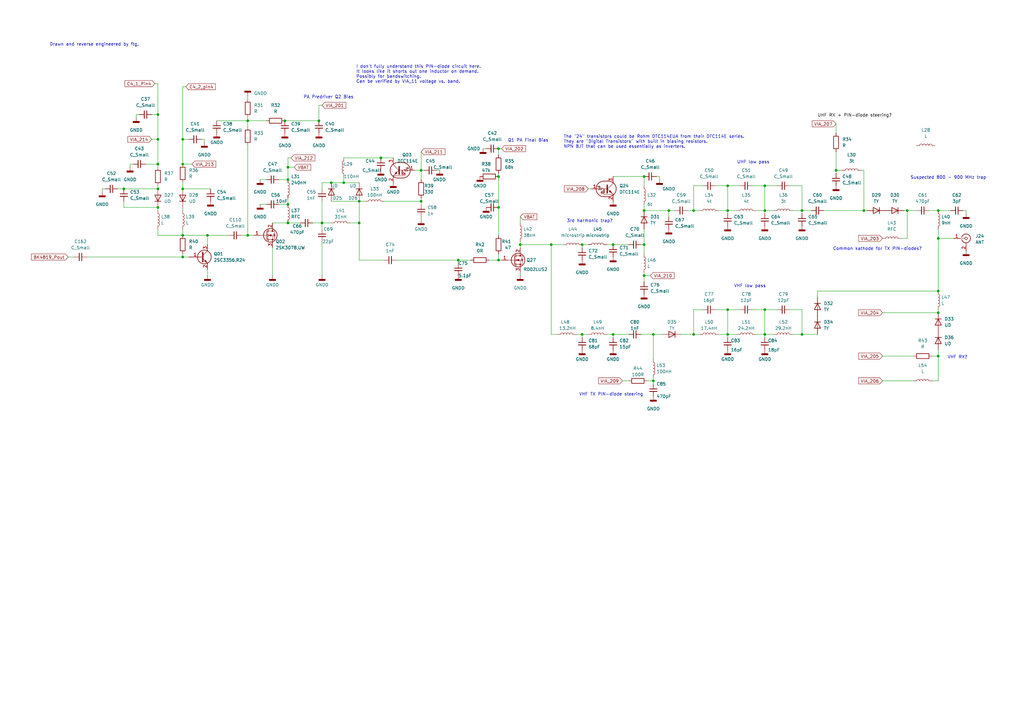
<source format=kicad_sch>
(kicad_sch (version 20230121) (generator eeschema)
  (paper "A3")
  (lib_symbols
    (symbol "UV-K5:BFR92" (pin_names (offset 0) hide)
      (property "Reference" "Q" (at 5.08 1.905 0))
      (property "Value" "BFR92" (at 5.08 0 0))
      (symbol "BFR92_0_1"
        (polyline (pts (xy 0 0) (xy 0.635 0)))
        (polyline (pts (xy 0.635 0.635) (xy 2.54 2.54)))
        (polyline (pts (xy 2.54 -2.54) (xy 0.635 -0.635)))
        (polyline (pts (xy 0.635 1.905) (xy 0.635 0) (xy 0.635 -1.905) (xy 0.635 -1.905)) (stroke (width 0.508)))
        (polyline (pts (xy 2.286 -2.286) (xy 1.778 -1.27) (xy 1.27 -1.778) (xy 2.286 -2.286) (xy 2.286 -2.286)) (fill (type outline)))
        (circle (center 1.27 0) (radius 2.8194) (stroke (width 0.254)))
      )
      (symbol "BFR92_1_1"
        (pin input line (at -5.08 0 0) (length 5.08) (name "B") (number "1"))
        (pin passive line (at 2.54 -5.08 90) (length 2.54) (name "E") (number "2"))
        (pin passive line (at 2.54 5.08 270) (length 2.54) (name "C") (number "3"))
      )
    )
    (symbol "UV-K5:C_Small" (pin_numbers hide) (pin_names (offset 0.254) hide)
      (property "Reference" "C" (at 0.254 1.778 0))
      (property "Value" "C_Small" (at 0.254 -2.032 0))
      (symbol "C_Small_0_1"
        (polyline (pts (xy -1.524 -0.508) (xy 1.524 -0.508)) (stroke (width 0.3302)))
        (polyline (pts (xy -1.524 0.508) (xy 1.524 0.508)) (stroke (width 0.3048)))
      )
      (symbol "C_Small_1_1"
        (pin passive line (at 0 2.54 270) (length 2.032) (name "~") (number "1"))
        (pin passive line (at 0 -2.54 90) (length 2.032) (name "~") (number "2"))
      )
    )
    (symbol "UV-K5:Conn_Coaxial" (pin_names (offset 1.016) hide)
      (property "Reference" "J" (at 0.254 3.048 0))
      (property "Value" "Conn_Coaxial" (at 2.921 0 90))
      (symbol "Conn_Coaxial_0_1"
        (arc (start -1.778 -0.508) (mid 0.2311 -1.8066) (end 1.778 0) (stroke (width 0.254)))
        (polyline (pts (xy -2.54 0) (xy -0.508 0)))
        (polyline (pts (xy 0 -2.54) (xy 0 -1.778)))
        (circle (center 0 0) (radius 0.508) (stroke (width 0.2032)))
        (arc (start 1.778 0) (mid 0.2099 1.8101) (end -1.778 0.508) (stroke (width 0.254)))
      )
      (symbol "Conn_Coaxial_1_1"
        (pin passive line (at -5.08 0 0) (length 2.54) (name "In") (number "1"))
        (pin passive line (at 0 -5.08 90) (length 2.54) (name "Ext") (number "2"))
      )
    )
    (symbol "UV-K5:D" (pin_numbers hide) (pin_names (offset 1.016) hide)
      (property "Reference" "D" (at 0 2.54 0))
      (property "Value" "D" (at 0 -2.54 0))
      (symbol "D_0_1"
        (polyline (pts (xy -1.27 1.27) (xy -1.27 -1.27)) (stroke (width 0.254)))
        (polyline (pts (xy 1.27 0) (xy -1.27 0)))
        (polyline (pts (xy 1.27 1.27) (xy 1.27 -1.27) (xy -1.27 0) (xy 1.27 1.27)) (stroke (width 0.254)))
      )
      (symbol "D_1_1"
        (pin passive line (at -3.81 0 0) (length 2.54) (name "K") (number "1"))
        (pin passive line (at 3.81 0 180) (length 2.54) (name "A") (number "2"))
      )
    )
    (symbol "UV-K5:DTC114E" (pin_names (offset 0) hide)
      (property "Reference" "Q" (at 5.08 1.905 0))
      (property "Value" "DTC114E" (at 5.08 0 0))
      (symbol "DTC114E_0_0"
        (text "10k" (at -3.302 0.889 0) (effects (font (size 0.508 0.508))))
        (text "10k" (at -2.159 -1.524 900) (effects (font (size 0.508 0.508))))
      )
      (symbol "DTC114E_0_1"
        (circle (center -1.27 0) (radius 0.127))
        (arc (start -1.27 3.175) (mid -4.4312 0) (end -1.27 -3.175) (stroke (width 0.254)))
        (polyline (pts (xy -3.429 0) (xy -3.81 0)))
        (polyline (pts (xy -1.27 -3.175) (xy 0.635 -3.175)) (stroke (width 0.254)))
        (polyline (pts (xy -1.27 3.175) (xy 0.635 3.175)) (stroke (width 0.254)))
        (polyline (pts (xy 0 -0.254) (xy 2.54 2.286)))
        (polyline (pts (xy 0.127 1.524) (xy 0.127 -1.651)) (stroke (width 0.508)) (fill (type outline)))
        (polyline (pts (xy 2.54 2.286) (xy 2.54 2.54)))
        (polyline (pts (xy 2.54 -2.286) (xy 0 0.254) (xy 0 0.254)))
        (polyline (pts (xy 0.889 -1.143) (xy 1.397 -0.635) (xy 1.905 -1.651) (xy 0.889 -1.143)) (fill (type outline)))
        (polyline (pts (xy 0 0) (xy -1.905 0) (xy -2.032 0.508) (xy -2.286 -0.508) (xy -2.54 0.508) (xy -2.794 -0.508) (xy -3.048 0.508) (xy -3.302 -0.508) (xy -3.429 0)))
        (polyline (pts (xy -1.27 0) (xy -1.27 -0.381) (xy -0.762 -0.508) (xy -1.778 -0.762) (xy -0.762 -1.016) (xy -1.778 -1.27) (xy -0.762 -1.524) (xy -1.778 -1.778) (xy -1.27 -1.905) (xy -1.27 -2.286) (xy 2.54 -2.286)))
        (arc (start 0.635 -3.175) (mid 3.7962 0) (end 0.635 3.175) (stroke (width 0.254)))
        (circle (center 2.54 -2.286) (radius 0.127))
      )
      (symbol "DTC114E_1_1"
        (pin input line (at -6.35 0 0) (length 2.54) (name "B") (number "1"))
        (pin passive line (at 2.54 -5.08 90) (length 2.54) (name "E") (number "2"))
        (pin passive line (at 2.54 5.08 270) (length 2.54) (name "C") (number "3"))
      )
    )
    (symbol "UV-K5:IRF540N" (pin_names hide)
      (property "Reference" "Q" (at 6.35 1.905 0))
      (property "Value" "IRF540N" (at 6.35 0 0))
      (symbol "IRF540N_0_1"
        (polyline (pts (xy 0.254 0) (xy -2.54 0)))
        (polyline (pts (xy 0.254 1.905) (xy 0.254 -1.905)) (stroke (width 0.254)))
        (polyline (pts (xy 0.762 -1.27) (xy 0.762 -2.286)) (stroke (width 0.254)))
        (polyline (pts (xy 0.762 0.508) (xy 0.762 -0.508)) (stroke (width 0.254)))
        (polyline (pts (xy 0.762 2.286) (xy 0.762 1.27)) (stroke (width 0.254)))
        (polyline (pts (xy 2.54 2.54) (xy 2.54 1.778)))
        (polyline (pts (xy 2.54 -2.54) (xy 2.54 0) (xy 0.762 0)))
        (polyline (pts (xy 0.762 -1.778) (xy 3.302 -1.778) (xy 3.302 1.778) (xy 0.762 1.778)))
        (polyline (pts (xy 1.016 0) (xy 2.032 0.381) (xy 2.032 -0.381) (xy 1.016 0)) (fill (type outline)))
        (polyline (pts (xy 2.794 0.508) (xy 2.921 0.381) (xy 3.683 0.381) (xy 3.81 0.254)))
        (polyline (pts (xy 3.302 0.381) (xy 2.921 -0.254) (xy 3.683 -0.254) (xy 3.302 0.381)))
        (circle (center 1.651 0) (radius 2.794) (stroke (width 0.254)))
        (circle (center 2.54 -1.778) (radius 0.254) (fill (type outline)))
        (circle (center 2.54 1.778) (radius 0.254) (fill (type outline)))
      )
      (symbol "IRF540N_1_1"
        (pin input line (at -5.08 0 0) (length 2.54) (name "G") (number "1"))
        (pin passive line (at 2.54 5.08 270) (length 2.54) (name "D") (number "2"))
        (pin passive line (at 2.54 -5.08 90) (length 2.54) (name "S") (number "3"))
      )
    )
    (symbol "UV-K5:L" (pin_numbers hide) (pin_names (offset 1.016) hide)
      (property "Reference" "L" (at -1.27 0 90))
      (property "Value" "L" (at 1.905 0 90))
      (symbol "L_0_1"
        (arc (start 0 -2.54) (mid 0.6323 -1.905) (end 0 -1.27))
        (arc (start 0 -1.27) (mid 0.6323 -0.635) (end 0 0))
        (arc (start 0 0) (mid 0.6323 0.635) (end 0 1.27))
        (arc (start 0 1.27) (mid 0.6323 1.905) (end 0 2.54))
      )
      (symbol "L_1_1"
        (pin passive line (at 0 3.81 270) (length 1.27) (name "1") (number "1"))
        (pin passive line (at 0 -3.81 90) (length 1.27) (name "2") (number "2"))
      )
    )
    (symbol "UV-K5:R" (pin_numbers hide) (pin_names (offset 0))
      (property "Reference" "R" (at 2.032 0 90))
      (property "Value" "R" (at 0 0 90))
      (symbol "R_0_1"
        (rectangle (start -1.016 -2.54) (end 1.016 2.54) (stroke (width 0.254)))
      )
      (symbol "R_1_1"
        (pin passive line (at 0 3.81 270) (length 1.27) (name "~") (number "1"))
        (pin passive line (at 0 -3.81 90) (length 1.27) (name "~") (number "2"))
      )
    )
    (symbol "power:GNDD" (power) (pin_names (offset 0))
      (property "Value" "GNDD" (at 0 -3.175 0))
      (symbol "GNDD_0_1"
        (rectangle (start -1.27 -1.524) (end 1.27 -2.032) (stroke (width 0.254)) (fill (type outline)))
        (polyline (pts (xy 0 0) (xy 0 -1.524)))
      )
      (symbol "GNDD_1_1"
        (pin power_in line (at 0 0 270) (length 0) hide (name "GNDD") (number "1"))
      )
    )
  )
  (junction (at 74.93 67.31))
  (junction (at 64.77 67.31))
  (junction (at 204.47 72.39))
  (junction (at 384.81 128.27))
  (junction (at 264.16 72.39))
  (junction (at 384.81 86.36))
  (junction (at 204.47 85.09))
  (junction (at 384.81 119.38))
  (junction (at 213.36 100.33))
  (junction (at 101.6 96.52))
  (junction (at 274.32 86.36))
  (junction (at 101.6 49.53))
  (junction (at 172.72 82.55))
  (junction (at 74.93 105.41))
  (junction (at 284.48 137.16))
  (junction (at 74.93 77.47))
  (junction (at 298.45 86.36))
  (junction (at 354.33 86.36))
  (junction (at 64.77 85.09))
  (junction (at 264.16 86.36))
  (junction (at 384.81 97.79))
  (junction (at 147.32 82.55))
  (junction (at 118.11 91.44))
  (junction (at 132.08 91.44))
  (junction (at 313.69 76.2))
  (junction (at 130.81 49.53))
  (junction (at 147.32 91.44))
  (junction (at 140.97 74.93))
  (junction (at 372.11 86.36))
  (junction (at 264.16 100.33))
  (junction (at 298.45 137.16))
  (junction (at 64.77 57.15))
  (junction (at 226.06 100.33))
  (junction (at 313.69 137.16))
  (junction (at 85.09 96.52))
  (junction (at 251.46 100.33))
  (junction (at 238.76 100.33))
  (junction (at 328.93 86.36))
  (junction (at 313.69 127))
  (junction (at 298.45 76.2))
  (junction (at 187.96 106.68))
  (junction (at 116.84 49.53))
  (junction (at 64.77 46.99))
  (junction (at 342.9 69.85))
  (junction (at 264.16 113.03))
  (junction (at 384.81 146.05))
  (junction (at 74.93 96.52))
  (junction (at 313.69 86.36))
  (junction (at 135.89 74.93))
  (junction (at 328.93 137.16))
  (junction (at 238.76 137.16))
  (junction (at 251.46 137.16))
  (junction (at 172.72 69.85))
  (junction (at 118.11 73.66))
  (junction (at 267.97 137.16))
  (junction (at 64.77 77.47))
  (junction (at 204.47 106.68))
  (junction (at 156.21 64.77))
  (junction (at 284.48 86.36))
  (junction (at 118.11 68.58))
  (junction (at 74.93 57.15))
  (junction (at 267.97 156.21))
  (junction (at 118.11 83.82))
  (junction (at 50.8 77.47))
  (junction (at 298.45 127))
  (junction (at 204.47 60.96))
  (wire (pts (xy 64.77 96.52) (xy 74.93 96.52)))
  (wire (pts (xy 74.93 104.14) (xy 74.93 105.41)))
  (wire (pts (xy 226.06 100.33) (xy 226.06 137.16)))
  (wire (pts (xy 384.81 97.79) (xy 391.16 97.79)))
  (wire (pts (xy 130.81 43.18) (xy 130.81 49.53)))
  (wire (pts (xy 251.46 137.16) (xy 251.46 138.43)))
  (wire (pts (xy 238.76 137.16) (xy 241.3 137.16)))
  (wire (pts (xy 132.08 82.55) (xy 132.08 91.44)))
  (wire (pts (xy 284.48 86.36) (xy 287.02 86.36)))
  (wire (pts (xy 265.43 156.21) (xy 267.97 156.21)))
  (wire (pts (xy 62.23 46.99) (xy 64.77 46.99)))
  (wire (pts (xy 172.72 62.23) (xy 172.72 69.85)))
  (wire (pts (xy 118.11 68.58) (xy 118.11 73.66)))
  (wire (pts (xy 132.08 43.18) (xy 130.81 43.18)))
  (wire (pts (xy 140.97 72.39) (xy 140.97 74.93)))
  (wire (pts (xy 298.45 137.16) (xy 298.45 138.43)))
  (wire (pts (xy 270.51 72.39) (xy 270.51 73.66)))
  (wire (pts (xy 264.16 100.33) (xy 264.16 104.14)))
  (wire (pts (xy 74.93 35.56) (xy 74.93 57.15)))
  (wire (pts (xy 287.02 137.16) (xy 284.48 137.16)))
  (wire (pts (xy 264.16 111.76) (xy 264.16 113.03)))
  (wire (pts (xy 135.89 82.55) (xy 147.32 82.55)))
  (wire (pts (xy 64.77 76.2) (xy 64.77 77.47)))
  (wire (pts (xy 308.61 127) (xy 313.69 127)))
  (wire (pts (xy 264.16 83.82) (xy 264.16 86.36)))
  (wire (pts (xy 213.36 113.03) (xy 213.36 111.76)))
  (wire (pts (xy 135.89 74.93) (xy 132.08 74.93)))
  (wire (pts (xy 309.88 137.16) (xy 313.69 137.16)))
  (wire (pts (xy 342.9 50.8) (xy 342.9 54.61)))
  (wire (pts (xy 172.72 81.28) (xy 172.72 82.55)))
  (wire (pts (xy 274.32 86.36) (xy 274.32 88.9)))
  (wire (pts (xy 238.76 137.16) (xy 238.76 138.43)))
  (wire (pts (xy 53.34 67.31) (xy 53.34 68.58)))
  (wire (pts (xy 264.16 113.03) (xy 264.16 115.57)))
  (wire (pts (xy 55.88 46.99) (xy 55.88 48.26)))
  (wire (pts (xy 64.77 67.31) (xy 64.77 68.58)))
  (wire (pts (xy 238.76 100.33) (xy 238.76 101.6)))
  (wire (pts (xy 74.93 74.93) (xy 74.93 77.47)))
  (wire (pts (xy 64.77 93.98) (xy 64.77 96.52)))
  (wire (pts (xy 62.23 57.15) (xy 64.77 57.15)))
  (wire (pts (xy 118.11 68.58) (xy 120.65 68.58)))
  (wire (pts (xy 135.89 74.93) (xy 140.97 74.93)))
  (wire (pts (xy 342.9 62.23) (xy 342.9 69.85)))
  (wire (pts (xy 267.97 156.21) (xy 267.97 157.48)))
  (wire (pts (xy 172.72 73.66) (xy 172.72 69.85)))
  (wire (pts (xy 325.12 86.36) (xy 328.93 86.36)))
  (wire (pts (xy 85.09 96.52) (xy 93.98 96.52)))
  (wire (pts (xy 298.45 127) (xy 303.53 127)))
  (wire (pts (xy 147.32 82.55) (xy 147.32 91.44)))
  (wire (pts (xy 298.45 76.2) (xy 298.45 86.36)))
  (wire (pts (xy 101.6 49.53) (xy 109.22 49.53)))
  (wire (pts (xy 101.6 48.26) (xy 101.6 49.53)))
  (wire (pts (xy 288.29 76.2) (xy 284.48 76.2)))
  (wire (pts (xy 85.09 113.03) (xy 85.09 110.49)))
  (wire (pts (xy 83.82 57.15) (xy 83.82 58.42)))
  (wire (pts (xy 372.11 86.36) (xy 372.11 97.79)))
  (wire (pts (xy 384.81 97.79) (xy 384.81 119.38)))
  (wire (pts (xy 384.81 93.98) (xy 384.81 97.79)))
  (wire (pts (xy 198.12 60.96) (xy 199.39 60.96)))
  (wire (pts (xy 236.22 137.16) (xy 238.76 137.16)))
  (wire (pts (xy 213.36 100.33) (xy 226.06 100.33)))
  (wire (pts (xy 118.11 91.44) (xy 123.19 91.44)))
  (wire (pts (xy 143.51 91.44) (xy 147.32 91.44)))
  (wire (pts (xy 255.27 156.21) (xy 257.81 156.21)))
  (wire (pts (xy 342.9 69.85) (xy 345.44 69.85)))
  (wire (pts (xy 204.47 85.09) (xy 204.47 96.52)))
  (wire (pts (xy 337.82 86.36) (xy 354.33 86.36)))
  (wire (pts (xy 328.93 137.16) (xy 325.12 137.16)))
  (wire (pts (xy 114.3 83.82) (xy 118.11 83.82)))
  (wire (pts (xy 248.92 137.16) (xy 251.46 137.16)))
  (wire (pts (xy 264.16 86.36) (xy 274.32 86.36)))
  (wire (pts (xy 394.97 86.36) (xy 396.24 86.36)))
  (wire (pts (xy 132.08 99.06) (xy 132.08 113.03)))
  (wire (pts (xy 35.56 105.41) (xy 74.93 105.41)))
  (wire (pts (xy 354.33 69.85) (xy 354.33 86.36)))
  (wire (pts (xy 342.9 69.85) (xy 342.9 71.12)))
  (wire (pts (xy 298.45 76.2) (xy 303.53 76.2)))
  (wire (pts (xy 264.16 113.03) (xy 266.7 113.03)))
  (wire (pts (xy 226.06 137.16) (xy 228.6 137.16)))
  (wire (pts (xy 213.36 99.06) (xy 213.36 100.33)))
  (wire (pts (xy 288.29 127) (xy 284.48 127)))
  (wire (pts (xy 204.47 106.68) (xy 205.74 106.68)))
  (wire (pts (xy 50.8 77.47) (xy 64.77 77.47)))
  (wire (pts (xy 156.21 64.77) (xy 161.29 64.77)))
  (wire (pts (xy 384.81 86.36) (xy 389.89 86.36)))
  (wire (pts (xy 128.27 91.44) (xy 132.08 91.44)))
  (wire (pts (xy 204.47 71.12) (xy 204.47 72.39)))
  (wire (pts (xy 111.76 113.03) (xy 111.76 101.6)))
  (wire (pts (xy 313.69 76.2) (xy 313.69 86.36)))
  (wire (pts (xy 193.04 106.68) (xy 187.96 106.68)))
  (wire (pts (xy 74.93 57.15) (xy 74.93 67.31)))
  (wire (pts (xy 76.2 35.56) (xy 74.93 35.56)))
  (wire (pts (xy 302.26 137.16) (xy 298.45 137.16)))
  (wire (pts (xy 116.84 49.53) (xy 130.81 49.53)))
  (wire (pts (xy 64.77 34.29) (xy 64.77 46.99)))
  (wire (pts (xy 119.38 64.77) (xy 118.11 64.77)))
  (wire (pts (xy 384.81 128.27) (xy 384.81 127)))
  (wire (pts (xy 172.72 88.9) (xy 172.72 90.17)))
  (wire (pts (xy 173.99 69.85) (xy 172.72 69.85)))
  (wire (pts (xy 335.28 119.38) (xy 335.28 121.92)))
  (wire (pts (xy 313.69 137.16) (xy 313.69 138.43)))
  (wire (pts (xy 298.45 86.36) (xy 298.45 87.63)))
  (wire (pts (xy 354.33 86.36) (xy 355.6 86.36)))
  (wire (pts (xy 318.77 127) (xy 313.69 127)))
  (wire (pts (xy 213.36 100.33) (xy 213.36 101.6)))
  (wire (pts (xy 63.5 34.29) (xy 64.77 34.29)))
  (wire (pts (xy 213.36 88.9) (xy 213.36 91.44)))
  (wire (pts (xy 281.94 86.36) (xy 284.48 86.36)))
  (wire (pts (xy 308.61 76.2) (xy 313.69 76.2)))
  (wire (pts (xy 381 86.36) (xy 384.81 86.36)))
  (wire (pts (xy 172.72 82.55) (xy 172.72 83.82)))
  (wire (pts (xy 179.07 69.85) (xy 180.34 69.85)))
  (wire (pts (xy 328.93 137.16) (xy 335.28 137.16)))
  (wire (pts (xy 284.48 127) (xy 284.48 137.16)))
  (wire (pts (xy 226.06 100.33) (xy 231.14 100.33)))
  (wire (pts (xy 372.11 86.36) (xy 375.92 86.36)))
  (wire (pts (xy 313.69 86.36) (xy 317.5 86.36)))
  (wire (pts (xy 147.32 106.68) (xy 157.48 106.68)))
  (wire (pts (xy 313.69 86.36) (xy 313.69 87.63)))
  (wire (pts (xy 293.37 127) (xy 298.45 127)))
  (wire (pts (xy 267.97 154.94) (xy 267.97 156.21)))
  (wire (pts (xy 298.45 137.16) (xy 298.45 127)))
  (wire (pts (xy 269.24 72.39) (xy 270.51 72.39)))
  (wire (pts (xy 264.16 72.39) (xy 264.16 76.2)))
  (wire (pts (xy 384.81 146.05) (xy 384.81 156.21)))
  (wire (pts (xy 41.91 77.47) (xy 41.91 78.74)))
  (wire (pts (xy 101.6 49.53) (xy 101.6 52.07)))
  (wire (pts (xy 149.86 82.55) (xy 147.32 82.55)))
  (wire (pts (xy 114.3 73.66) (xy 118.11 73.66)))
  (wire (pts (xy 328.93 127) (xy 328.93 137.16)))
  (wire (pts (xy 396.24 86.36) (xy 396.24 87.63)))
  (wire (pts (xy 323.85 127) (xy 328.93 127)))
  (wire (pts (xy 204.47 60.96) (xy 205.74 60.96)))
  (wire (pts (xy 274.32 86.36) (xy 276.86 86.36)))
  (wire (pts (xy 74.93 77.47) (xy 86.36 77.47)))
  (wire (pts (xy 43.18 77.47) (xy 41.91 77.47)))
  (wire (pts (xy 251.46 72.39) (xy 264.16 72.39)))
  (wire (pts (xy 313.69 127) (xy 313.69 137.16)))
  (wire (pts (xy 384.81 143.51) (xy 384.81 146.05)))
  (wire (pts (xy 88.9 49.53) (xy 101.6 49.53)))
  (wire (pts (xy 48.26 77.47) (xy 50.8 77.47)))
  (wire (pts (xy 382.27 156.21) (xy 384.81 156.21)))
  (wire (pts (xy 147.32 91.44) (xy 147.32 106.68)))
  (wire (pts (xy 101.6 39.37) (xy 101.6 40.64)))
  (wire (pts (xy 187.96 106.68) (xy 187.96 107.95)))
  (wire (pts (xy 267.97 137.16) (xy 267.97 147.32)))
  (wire (pts (xy 204.47 60.96) (xy 204.47 63.5)))
  (wire (pts (xy 106.68 83.82) (xy 109.22 83.82)))
  (wire (pts (xy 294.64 86.36) (xy 298.45 86.36)))
  (wire (pts (xy 74.93 96.52) (xy 85.09 96.52)))
  (wire (pts (xy 74.93 67.31) (xy 78.74 67.31)))
  (wire (pts (xy 241.3 77.47) (xy 242.57 77.47)))
  (wire (pts (xy 118.11 64.77) (xy 118.11 68.58)))
  (wire (pts (xy 101.6 59.69) (xy 101.6 96.52)))
  (wire (pts (xy 264.16 100.33) (xy 264.16 93.98)))
  (wire (pts (xy 64.77 46.99) (xy 64.77 57.15)))
  (wire (pts (xy 64.77 57.15) (xy 64.77 67.31)))
  (wire (pts (xy 200.66 106.68) (xy 204.47 106.68)))
  (wire (pts (xy 309.88 86.36) (xy 313.69 86.36)))
  (wire (pts (xy 328.93 87.63) (xy 328.93 86.36)))
  (wire (pts (xy 294.64 137.16) (xy 298.45 137.16)))
  (wire (pts (xy 251.46 137.16) (xy 257.81 137.16)))
  (wire (pts (xy 157.48 82.55) (xy 172.72 82.55)))
  (wire (pts (xy 85.09 96.52) (xy 85.09 100.33)))
  (wire (pts (xy 335.28 119.38) (xy 384.81 119.38)))
  (wire (pts (xy 77.47 105.41) (xy 74.93 105.41)))
  (wire (pts (xy 101.6 96.52) (xy 104.14 96.52)))
  (wire (pts (xy 64.77 86.36) (xy 64.77 85.09)))
  (wire (pts (xy 77.47 57.15) (xy 74.93 57.15)))
  (wire (pts (xy 318.77 76.2) (xy 313.69 76.2)))
  (wire (pts (xy 140.97 74.93) (xy 147.32 74.93)))
  (wire (pts (xy 204.47 72.39) (xy 204.47 85.09)))
  (wire (pts (xy 372.11 97.79) (xy 369.57 97.79)))
  (wire (pts (xy 328.93 86.36) (xy 332.74 86.36)))
  (wire (pts (xy 82.55 57.15) (xy 83.82 57.15)))
  (wire (pts (xy 354.33 69.85) (xy 353.06 69.85)))
  (wire (pts (xy 54.61 67.31) (xy 53.34 67.31)))
  (wire (pts (xy 132.08 74.93) (xy 132.08 77.47)))
  (wire (pts (xy 204.47 104.14) (xy 204.47 106.68)))
  (wire (pts (xy 132.08 91.44) (xy 135.89 91.44)))
  (wire (pts (xy 106.68 73.66) (xy 109.22 73.66)))
  (wire (pts (xy 50.8 82.55) (xy 50.8 85.09)))
  (wire (pts (xy 74.93 85.09) (xy 74.93 86.36)))
  (wire (pts (xy 328.93 76.2) (xy 328.93 86.36)))
  (wire (pts (xy 262.89 100.33) (xy 264.16 100.33)))
  (wire (pts (xy 57.15 46.99) (xy 55.88 46.99)))
  (wire (pts (xy 298.45 76.2) (xy 293.37 76.2)))
  (wire (pts (xy 361.95 156.21) (xy 374.65 156.21)))
  (wire (pts (xy 284.48 76.2) (xy 284.48 86.36)))
  (wire (pts (xy 262.89 137.16) (xy 267.97 137.16)))
  (wire (pts (xy 238.76 100.33) (xy 241.3 100.33)))
  (wire (pts (xy 74.93 93.98) (xy 74.93 96.52)))
  (wire (pts (xy 162.56 106.68) (xy 187.96 106.68)))
  (wire (pts (xy 323.85 76.2) (xy 328.93 76.2)))
  (wire (pts (xy 132.08 91.44) (xy 132.08 93.98)))
  (wire (pts (xy 361.95 128.27) (xy 384.81 128.27)))
  (wire (pts (xy 298.45 86.36) (xy 302.26 86.36)))
  (wire (pts (xy 384.81 146.05) (xy 382.27 146.05)))
  (wire (pts (xy 317.5 137.16) (xy 313.69 137.16)))
  (wire (pts (xy 170.18 69.85) (xy 172.72 69.85)))
  (wire (pts (xy 248.92 100.33) (xy 251.46 100.33)))
  (wire (pts (xy 59.69 67.31) (xy 64.77 67.31)))
  (wire (pts (xy 251.46 100.33) (xy 257.81 100.33)))
  (wire (pts (xy 118.11 81.28) (xy 118.11 83.82)))
  (wire (pts (xy 361.95 146.05) (xy 374.65 146.05)))
  (wire (pts (xy 111.76 91.44) (xy 118.11 91.44)))
  (wire (pts (xy 27.94 105.41) (xy 30.48 105.41)))
  (wire (pts (xy 50.8 85.09) (xy 64.77 85.09)))
  (wire (pts (xy 279.4 137.16) (xy 284.48 137.16)))
  (wire (pts (xy 267.97 137.16) (xy 271.78 137.16)))
  (wire (pts (xy 140.97 64.77) (xy 156.21 64.77)))
  (wire (pts (xy 99.06 96.52) (xy 101.6 96.52)))
  (wire (pts (xy 372.11 86.36) (xy 370.84 86.36)))
  (text "VHF low pass\n" (at 300.99 118.11 0) (effects (font (size 1.27 1.27)) (justify left bottom)))
  (text "The \"24\" transistors could be Rohm DTC114EUA from their DTC114E series.\nThey are \"Digital Transistors\" with built in biasing resistors.\nNPN BJT that can be used essentially as inverters. " (at 231.14 60.96 0) (effects (font (size 1.27 1.27)) (justify left bottom)))
  (text "PA Predriver Q2 Bias\n" (at 124.46 40.64 0) (effects (font (size 1.27 1.27)) (justify left bottom)))
  (text "Drawn and reverse engineered by ftg.\n" (at 20.32 19.05 0) (effects (font (size 1.27 1.27)) (justify left bottom)))
  (text "VHF RX?" (at 388.62 147.32 0) (effects (font (size 1.27 1.27)) (justify left bottom)))
  (text "UHF low pass\n" (at 302.26 67.31 0) (effects (font (size 1.27 1.27)) (justify left bottom)))
  (text "Suspected 800 - 900 MHz trap\n" (at 373.38 73.66 0) (effects (font (size 1.27 1.27)) (justify left bottom)))
  (text "Common kathode for TX PIN-diodes?\n" (at 341.63 102.87 0) (effects (font (size 1.27 1.27)) (justify left bottom)))
  (text "Q1 PA Final Bias\n" (at 208.28 58.42 0) (effects (font (size 1.27 1.27)) (justify left bottom)))
  (text "I don't fully understand this PIN-diode circuit here.\nIt looks like it shorts out one inductor on demand.\nPossibly for bandswitching.\nCan be verified by VIA_11 voltage vs. band." (at 146.05 34.29 0) (effects (font (size 1.27 1.27)) (justify left bottom)))
  (text "3rd harmonic trap?" (at 232.41 91.44 0) (effects (font (size 1.27 1.27)) (justify left bottom)))
  (text "VHF TX PIN-diode steering" (at 237.49 162.56 0) (effects (font (size 1.27 1.27)) (justify left bottom)))
  (label "UHF RX + PIN-diode steering?" (at 335.28 48.26 0))
  (global_label "VIA_210" (shape input) (at 266.7 113.03 0) (property "Intersheetrefs" "${INTERSHEET_REFS}" (at 276.4912 112.9506 0) (effects (justify left))))
  (global_label "C4_1_Pin4" (shape input) (at 63.5 34.29 180) (property "Intersheetrefs" "${INTERSHEET_REFS}" (at 51.2293 34.2106 0) (effects (justify right))))
  (global_label "VIA_214" (shape input) (at 62.23 57.15 180) (property "Intersheetrefs" "${INTERSHEET_REFS}" (at 52.4388 57.0706 0) (effects (justify right))))
  (global_label "VIA_208" (shape input) (at 241.3 77.47 180) (property "Intersheetrefs" "${INTERSHEET_REFS}" (at 231.5088 77.3906 0) (effects (justify right))))
  (global_label "VIA_207" (shape input) (at 342.9 50.8 180) (property "Intersheetrefs" "${INTERSHEET_REFS}" (at 333.1088 50.7206 0) (effects (justify right))))
  (global_label "VIA_203" (shape input) (at 361.95 97.79 180) (property "Intersheetrefs" "${INTERSHEET_REFS}" (at 352.1588 97.7106 0) (effects (justify right))))
  (global_label "VIA_211" (shape input) (at 172.72 62.23 0) (property "Intersheetrefs" "${INTERSHEET_REFS}" (at 182.5112 62.1506 0) (effects (justify left))))
  (global_label "VIA_206" (shape input) (at 361.95 156.21 180) (property "Intersheetrefs" "${INTERSHEET_REFS}" (at 352.1588 156.1306 0) (effects (justify right))))
  (global_label "VIA_205" (shape input) (at 361.95 146.05 180) (property "Intersheetrefs" "${INTERSHEET_REFS}" (at 352.1588 145.9706 0) (effects (justify right))))
  (global_label "VIA_213" (shape input) (at 78.74 67.31 0) (property "Intersheetrefs" "${INTERSHEET_REFS}" (at 88.5312 67.2306 0) (effects (justify left))))
  (global_label "VIA_201" (shape input) (at 132.08 43.18 0) (property "Intersheetrefs" "${INTERSHEET_REFS}" (at 141.8712 43.1006 0) (effects (justify left))))
  (global_label "VBAT" (shape input) (at 213.36 88.9 0) (property "Intersheetrefs" "${INTERSHEET_REFS}" (at 220.1879 88.8206 0) (effects (justify left))))
  (global_label "VIA_204" (shape input) (at 361.95 128.27 180) (property "Intersheetrefs" "${INTERSHEET_REFS}" (at 352.1588 128.1906 0) (effects (justify right))))
  (global_label "VIA_212" (shape input) (at 119.38 64.77 0) (property "Intersheetrefs" "${INTERSHEET_REFS}" (at 129.1712 64.6906 0) (effects (justify left))))
  (global_label "BK4819_Pout" (shape input) (at 27.94 105.41 180) (property "Intersheetrefs" "${INTERSHEET_REFS}" (at 12.3949 105.41 0) (effects (justify right))))
  (global_label "VIA_209" (shape input) (at 255.27 156.21 180) (property "Intersheetrefs" "${INTERSHEET_REFS}" (at 245.4788 156.1306 0) (effects (justify right))))
  (global_label "VBAT" (shape input) (at 120.65 68.58 0) (property "Intersheetrefs" "${INTERSHEET_REFS}" (at 127.4779 68.5006 0) (effects (justify left))))
  (global_label "VIA_202" (shape input) (at 205.74 60.96 0) (property "Intersheetrefs" "${INTERSHEET_REFS}" (at 215.5312 60.8806 0) (effects (justify left))))
  (global_label "C4_2_pin4" (shape input) (at 76.2 35.56 0) (property "Intersheetrefs" "${INTERSHEET_REFS}" (at 88.3498 35.4806 0) (effects (justify left))))
  (symbol (lib_id "UV-K5:L") (at 379.73 59.69 90) (unit 1)
    (property "Reference" "L28" (at 379.73 53.34 90))
    (property "Value" "L" (at 379.73 55.88 90))
  )
  (symbol (lib_id "power:GNDD") (at 180.34 69.85 0) (unit 1)
    (property "Reference" "#PWR049" (effects hide))
    (property "Value" "GNDD" (at 182.88 73.66 0) (effects (justify right)))
  )
  (symbol (lib_id "UV-K5:C_Small") (at 335.28 86.36 270) (unit 1)
    (property "Reference" "C60" (at 335.2736 80.01 90))
    (property "Value" "C_Small" (at 335.2736 82.55 90))
  )
  (symbol (lib_id "power:GNDD") (at 130.81 54.61 0) (unit 1)
    (property "Reference" "#PWR044" (effects hide))
    (property "Value" "GNDD" (at 130.81 59.69 0))
  )
  (symbol (lib_id "UV-K5:C_Small") (at 86.36 80.01 0) (unit 1)
    (property "Reference" "C54" (at 88.9 78.7462 0) (effects (justify left)))
    (property "Value" "C_Small" (at 88.9 81.2862 0) (effects (justify left)))
  )
  (symbol (lib_id "UV-K5:C_Small") (at 260.35 137.16 270) (unit 1)
    (property "Reference" "C80" (at 260.35 132.08 90))
    (property "Value" "1nF" (at 260.35 134.62 90))
  )
  (symbol (lib_id "UV-K5:C_Small") (at 116.84 52.07 0) (unit 1)
    (property "Reference" "C39" (at 119.38 50.8062 0) (effects (justify left)))
    (property "Value" "C_Small" (at 119.38 53.3462 0) (effects (justify left)))
  )
  (symbol (lib_id "power:GNDD") (at 132.08 113.03 0) (unit 1)
    (property "Reference" "#PWR067" (effects hide))
    (property "Value" "GNDD" (at 132.08 116.84 0))
  )
  (symbol (lib_id "power:GNDD") (at 298.45 143.51 0) (unit 1)
    (property "Reference" "#PWR077" (effects hide))
    (property "Value" "GNDD" (at 298.45 147.32 0))
  )
  (symbol (lib_id "power:GNDD") (at 270.51 73.66 0) (unit 1)
    (property "Reference" "#PWR052" (effects hide))
    (property "Value" "GNDD" (at 274.32 77.47 0))
  )
  (symbol (lib_id "UV-K5:C_Small") (at 238.76 104.14 0) (unit 1)
    (property "Reference" "C72" (at 241.3 102.8762 0) (effects (justify left)))
    (property "Value" "C_Small" (at 241.3 105.4162 0) (effects (justify left)))
  )
  (symbol (lib_id "UV-K5:L") (at 74.93 90.17 0) (unit 1)
    (property "Reference" "L39" (at 76.2 88.9 0) (effects (justify left)))
    (property "Value" "L" (at 76.2 91.44 0) (effects (justify left)))
  )
  (symbol (lib_id "power:GNDD") (at 172.72 90.17 0) (unit 1)
    (property "Reference" "#PWR061" (effects hide))
    (property "Value" "GNDD" (at 172.72 93.98 0))
  )
  (symbol (lib_id "UV-K5:C_Small") (at 342.9 73.66 0) (unit 1)
    (property "Reference" "C48" (at 345.44 72.3962 0) (effects (justify left)))
    (property "Value" "C_Small" (at 345.44 74.9362 0) (effects (justify left)))
  )
  (symbol (lib_id "UV-K5:L") (at 365.76 97.79 90) (unit 1)
    (property "Reference" "L43" (at 365.76 91.44 90))
    (property "Value" "RFC" (at 365.76 93.98 90))
  )
  (symbol (lib_id "power:GNDD") (at 198.12 60.96 0) (unit 1)
    (property "Reference" "#PWR046" (effects hide))
    (property "Value" "GNDD" (at 194.31 60.96 0))
  )
  (symbol (lib_id "power:GNDD") (at 264.16 120.65 0) (unit 1)
    (property "Reference" "#PWR074" (effects hide))
    (property "Value" "GNDD" (at 264.16 125.73 0))
  )
  (symbol (lib_id "UV-K5:DTC114E") (at 248.92 77.47 0) (unit 1)
    (property "Reference" "Q24" (at 254 76.1999 0) (effects (justify left)))
    (property "Value" "DTC114E" (at 254 78.7399 0) (effects (justify left)))
  )
  (symbol (lib_id "UV-K5:C_Small") (at 298.45 140.97 0) (unit 1)
    (property "Reference" "C83" (at 299.72 139.7 0) (effects (justify left)))
    (property "Value" "16pF" (at 299.72 143.51 0) (effects (justify left)))
  )
  (symbol (lib_id "UV-K5:C_Small") (at 96.52 96.52 270) (unit 1)
    (property "Reference" "C110" (at 96.5136 90.17 90))
    (property "Value" "C_Small" (at 96.5136 92.71 90))
  )
  (symbol (lib_id "UV-K5:C_Small") (at 57.15 67.31 270) (unit 1)
    (property "Reference" "C43" (at 57.1436 60.96 90))
    (property "Value" "C_Small" (at 57.1436 63.5 90))
  )
  (symbol (lib_id "UV-K5:L") (at 264.16 107.95 0) (unit 1)
    (property "Reference" "L46" (at 265.43 106.6799 0) (effects (justify left)))
    (property "Value" "L" (at 265.43 109.2199 0) (effects (justify left)))
  )
  (symbol (lib_id "UV-K5:C_Small") (at 264.16 118.11 0) (unit 1)
    (property "Reference" "C76" (at 266.7 116.8462 0) (effects (justify left)))
    (property "Value" "C_Small" (at 266.7 119.38 0) (effects (justify left)))
  )
  (symbol (lib_id "UV-K5:D") (at 275.59 137.16 0) (mirror y) (unit 1)
    (property "Reference" "D35" (at 275.59 132.08 0))
    (property "Value" "TY" (at 275.59 134.62 0))
  )
  (symbol (lib_id "UV-K5:C_Small") (at 378.46 86.36 270) (unit 1)
    (property "Reference" "C61" (at 378.4536 80.01 90))
    (property "Value" "470pF" (at 378.4536 82.55 90))
  )
  (symbol (lib_id "power:GNDD") (at 88.9 54.61 0) (unit 1)
    (property "Reference" "#PWR042" (effects hide))
    (property "Value" "GNDD" (at 88.9 58.42 0))
  )
  (symbol (lib_id "UV-K5:C_Small") (at 132.08 80.01 0) (unit 1)
    (property "Reference" "C55" (at 125.73 78.74 0) (effects (justify left)))
    (property "Value" "1nF" (at 125.73 81.28 0) (effects (justify left)))
  )
  (symbol (lib_id "UV-K5:L") (at 118.11 87.63 0) (unit 1)
    (property "Reference" "L37" (at 119.38 86.3599 0) (effects (justify left)))
    (property "Value" "RFC" (at 119.38 88.8999 0) (effects (justify left)))
  )
  (symbol (lib_id "UV-K5:D") (at 384.81 132.08 90) (mirror x) (unit 1)
    (property "Reference" "D33" (at 387.35 130.8099 90) (effects (justify right)))
    (property "Value" "UD" (at 387.35 133.3499 90) (effects (justify right)))
  )
  (symbol (lib_id "UV-K5:C_Small") (at 290.83 127 270) (unit 1)
    (property "Reference" "C77" (at 290.83 120.65 90))
    (property "Value" "16pF" (at 290.83 123.19 90))
  )
  (symbol (lib_id "power:GNDD") (at 267.97 162.56 0) (unit 1)
    (property "Reference" "#PWR079" (effects hide))
    (property "Value" "GNDD" (at 267.97 167.64 0))
  )
  (symbol (lib_id "UV-K5:R") (at 64.77 72.39 180) (unit 1)
    (property "Reference" "R37" (at 67.31 71.1199 0) (effects (justify right)))
    (property "Value" "R" (at 67.31 73.6599 0) (effects (justify right)))
  )
  (symbol (lib_id "UV-K5:C_Small") (at 130.81 52.07 0) (unit 1)
    (property "Reference" "C40" (at 133.35 50.8062 0) (effects (justify left)))
    (property "Value" "C_Small" (at 133.35 53.3462 0) (effects (justify left)))
  )
  (symbol (lib_id "UV-K5:C_Small") (at 33.02 105.41 270) (unit 1)
    (property "Reference" "C162" (at 33.0136 99.06 90))
    (property "Value" "C_Small" (at 33.0136 101.6 90))
  )
  (symbol (lib_id "power:GNDD") (at 251.46 105.41 0) (unit 1)
    (property "Reference" "#PWR069" (effects hide))
    (property "Value" "GNDD" (at 251.46 110.49 0))
  )
  (symbol (lib_id "power:GNDD") (at 313.69 92.71 0) (unit 1)
    (property "Reference" "#PWR063" (effects hide))
    (property "Value" "GNDD" (at 313.69 97.79 0))
  )
  (symbol (lib_id "UV-K5:D") (at 74.93 81.28 90) (unit 1)
    (property "Reference" "D28" (at 77.47 80.0099 90) (effects (justify right)))
    (property "Value" "UD" (at 77.47 82.5499 90) (effects (justify right)))
  )
  (symbol (lib_id "UV-K5:R") (at 204.47 67.31 180) (unit 1)
    (property "Reference" "R35" (at 207.01 66.0399 0) (effects (justify right)))
    (property "Value" "68k" (at 207.01 68.5799 0) (effects (justify right)))
  )
  (symbol (lib_id "UV-K5:L") (at 153.67 82.55 90) (unit 1)
    (property "Reference" "L33" (at 153.67 77.47 90))
    (property "Value" "100nH" (at 153.67 80.01 90))
  )
  (symbol (lib_id "UV-K5:C_Small") (at 201.93 85.09 270) (unit 1)
    (property "Reference" "C57" (at 200.66 80.01 90))
    (property "Value" "C_Small" (at 200.66 82.55 90))
  )
  (symbol (lib_id "UV-K5:C_Small") (at 176.53 69.85 270) (unit 1)
    (property "Reference" "C45" (at 176.53 66.04 90))
    (property "Value" "C_Small" (at 181.61 68.58 90))
  )
  (symbol (lib_id "UV-K5:DTC114E") (at 163.83 69.85 0) (mirror y) (unit 1)
    (property "Reference" "Q03" (at 168.91 63.5 0) (effects (justify left)))
    (property "Value" "DTC114E" (at 171.45 66.04 0) (effects (justify left)))
  )
  (symbol (lib_id "UV-K5:C_Small") (at 313.69 140.97 0) (unit 1)
    (property "Reference" "C84" (at 314.96 139.7 0) (effects (justify left)))
    (property "Value" "18pF" (at 314.96 143.51 0) (effects (justify left)))
  )
  (symbol (lib_id "UV-K5:C_Small") (at 274.32 91.44 0) (unit 1)
    (property "Reference" "C67" (at 276.86 90.1762 0) (effects (justify left)))
    (property "Value" "C_Small" (at 276.86 92.7162 0) (effects (justify left)))
  )
  (symbol (lib_id "UV-K5:C_Small") (at 160.02 106.68 90) (unit 1)
    (property "Reference" "C74" (at 160.0263 100.33 90))
    (property "Value" "1nF" (at 160.0263 102.87 90))
  )
  (symbol (lib_id "UV-K5:L") (at 234.95 100.33 90) (unit 1)
    (property "Reference" "L44" (at 234.95 93.98 90))
    (property "Value" "microstrip" (at 234.95 96.52 90))
  )
  (symbol (lib_id "power:GNDD") (at 213.36 113.03 0) (unit 1)
    (property "Reference" "#PWR072" (effects hide))
    (property "Value" "GNDD" (at 213.36 118.11 0))
  )
  (symbol (lib_id "UV-K5:L") (at 140.97 68.58 180) (unit 1)
    (property "Reference" "L29" (at 140.97 67.31 0) (effects (justify right)))
    (property "Value" "110nH" (at 140.97 72.39 0) (effects (justify right)))
  )
  (symbol (lib_id "UV-K5:C_Small") (at 156.21 67.31 0) (unit 1)
    (property "Reference" "C44" (at 149.86 66.04 0) (effects (justify left)))
    (property "Value" "C_Small" (at 148.59 69.85 0) (effects (justify left)))
  )
  (symbol (lib_id "power:GNDD") (at 328.93 92.71 0) (unit 1)
    (property "Reference" "#PWR064" (effects hide))
    (property "Value" "GNDD" (at 328.93 97.79 0))
  )
  (symbol (lib_id "power:GNDD") (at 251.46 82.55 0) (unit 1)
    (property "Reference" "#PWR057" (effects hide))
    (property "Value" "GNDD" (at 251.46 87.63 0))
  )
  (symbol (lib_id "power:GNDD") (at 313.69 143.51 0) (unit 1)
    (property "Reference" "#PWR078" (effects hide))
    (property "Value" "GNDD" (at 313.69 147.32 0))
  )
  (symbol (lib_id "UV-K5:C_Small") (at 59.69 46.99 270) (unit 1)
    (property "Reference" "C37" (at 59.6836 40.64 90))
    (property "Value" "C_Small" (at 59.6836 43.18 90))
  )
  (symbol (lib_id "power:GNDD") (at 101.6 39.37 180) (unit 1)
    (property "Reference" "#PWR040" (effects hide))
    (property "Value" "GNDD" (at 104.14 38.2904 0) (effects (justify right)))
  )
  (symbol (lib_id "UV-K5:R") (at 74.93 100.33 180) (unit 1)
    (property "Reference" "R40" (at 77.47 99.0599 0) (effects (justify right)))
    (property "Value" "R" (at 77.47 101.5999 0) (effects (justify right)))
  )
  (symbol (lib_id "UV-K5:C_Small") (at 321.31 127 270) (unit 1)
    (property "Reference" "C79" (at 321.31 120.65 90))
    (property "Value" "12pF" (at 321.31 123.19 90))
  )
  (symbol (lib_id "UV-K5:C_Small") (at 88.9 52.07 0) (unit 1)
    (property "Reference" "C38" (at 91.44 50.8062 0) (effects (justify left)))
    (property "Value" "C_Small" (at 91.44 53.3462 0) (effects (justify left)))
  )
  (symbol (lib_id "power:GNDD") (at 83.82 58.42 0) (unit 1)
    (property "Reference" "#PWR045" (effects hide))
    (property "Value" "GNDD" (at 83.82 63.5 0))
  )
  (symbol (lib_id "power:GNDD") (at 156.21 69.85 0) (unit 1)
    (property "Reference" "#PWR048" (effects hide))
    (property "Value" "GNDD" (at 156.21 73.66 0))
  )
  (symbol (lib_id "power:GNDD") (at 298.45 92.71 0) (unit 1)
    (property "Reference" "#PWR062" (effects hide))
    (property "Value" "GNDD" (at 298.45 97.79 0))
  )
  (symbol (lib_id "UV-K5:R") (at 172.72 77.47 180) (unit 1)
    (property "Reference" "R39" (at 173.99 76.2 0) (effects (justify right)))
    (property "Value" "330" (at 173.99 78.74 0) (effects (justify right)))
  )
  (symbol (lib_id "UV-K5:C_Small") (at 201.93 60.96 270) (unit 1)
    (property "Reference" "C42" (at 201.9236 54.61 90))
    (property "Value" "C_Small" (at 201.9236 57.15 90))
  )
  (symbol (lib_id "power:GNDD") (at 196.85 72.39 0) (unit 1)
    (property "Reference" "#PWR050" (effects hide))
    (property "Value" "GNDD" (at 196.85 76.2 0))
  )
  (symbol (lib_id "UV-K5:IRF540N") (at 109.22 96.52 0) (unit 1)
    (property "Reference" "Q02" (at 113.03 99.06 0) (effects (justify left)))
    (property "Value" "2SK3078,UW" (at 113.03 101.6 0) (effects (justify left)))
    (property "Footprint" "Package_TO_SOT_THT:TO-220-3_Vertical" (effects hide))
    (property "Datasheet" "http://www.irf.com/product-info/datasheets/data/irf540n.pdf" (effects hide))
  )
  (symbol (lib_id "UV-K5:C_Small") (at 172.72 86.36 0) (unit 1)
    (property "Reference" "C58" (at 175.26 85.0963 0) (effects (justify left)))
    (property "Value" "1n" (at 175.26 87.6363 0) (effects (justify left)))
  )
  (symbol (lib_id "UV-K5:C_Small") (at 266.7 72.39 270) (unit 1)
    (property "Reference" "C46" (at 266.6936 66.04 90))
    (property "Value" "C_Small" (at 266.6936 68.58 90))
  )
  (symbol (lib_id "power:GNDD") (at 396.24 87.63 0) (unit 1)
    (property "Reference" "#PWR060" (effects hide))
    (property "Value" "GNDD" (at 396.24 92.71 0))
  )
  (symbol (lib_id "UV-K5:R") (at 113.03 49.53 90) (unit 1)
    (property "Reference" "R32" (at 113.03 43.18 90))
    (property "Value" "R" (at 113.03 45.72 90))
  )
  (symbol (lib_id "UV-K5:C_Small") (at 132.08 96.52 0) (unit 1)
    (property "Reference" "C69" (at 134.62 93.98 0))
    (property "Value" "22pF" (at 134.62 99.06 0))
  )
  (symbol (lib_id "UV-K5:C_Small") (at 238.76 140.97 0) (unit 1)
    (property "Reference" "C81" (at 241.3 139.7063 0) (effects (justify left)))
    (property "Value" "68pF" (at 241.3 142.2463 0) (effects (justify left)))
  )
  (symbol (lib_id "UV-K5:R") (at 200.66 72.39 90) (unit 1)
    (property "Reference" "R38" (at 199.39 67.31 90))
    (property "Value" "47k" (at 199.39 69.85 90))
  )
  (symbol (lib_id "UV-K5:D") (at 384.81 139.7 90) (mirror x) (unit 1)
    (property "Reference" "D36" (at 387.35 138.4299 90) (effects (justify right)))
    (property "Value" "UD" (at 387.35 140.9699 90) (effects (justify right)))
  )
  (symbol (lib_id "power:GNDD") (at 251.46 143.51 0) (unit 1)
    (property "Reference" "#PWR076" (effects hide))
    (property "Value" "GNDD" (at 251.46 147.32 0))
  )
  (symbol (lib_id "UV-K5:L") (at 245.11 137.16 90) (unit 1)
    (property "Reference" "L49" (at 245.11 132.08 90))
    (property "Value" "8.4nH" (at 245.11 134.62 90))
  )
  (symbol (lib_id "power:GNDD") (at 199.39 85.09 0) (unit 1)
    (property "Reference" "#PWR059" (effects hide))
    (property "Value" "GNDD" (at 199.39 88.9 0))
  )
  (symbol (lib_id "power:GNDD") (at 106.68 83.82 0) (unit 1)
    (property "Reference" "#PWR058" (effects hide))
    (property "Value" "GNDD" (at 106.68 88.9 0))
  )
  (symbol (lib_id "UV-K5:L") (at 118.11 77.47 0) (unit 1)
    (property "Reference" "L31" (at 119.38 72.39 0) (effects (justify left)))
    (property "Value" "240nH" (at 119.38 74.93 0) (effects (justify left)))
  )
  (symbol (lib_id "UV-K5:C_Small") (at 306.07 76.2 270) (unit 1)
    (property "Reference" "C51" (at 306.0636 69.85 90))
    (property "Value" "C_Small" (at 306.0636 72.39 90))
  )
  (symbol (lib_id "UV-K5:Conn_Coaxial") (at 396.24 97.79 0) (unit 1)
    (property "Reference" "J24" (at 400.05 96.8131 0) (effects (justify left)))
    (property "Value" "ANT" (at 400.05 99.3531 0) (effects (justify left)))
    (property "Datasheet" " ~" (effects hide))
  )
  (symbol (lib_id "UV-K5:L") (at 290.83 137.16 90) (unit 1)
    (property "Reference" "L50" (at 290.83 132.08 90))
    (property "Value" "17.4nH" (at 290.83 134.62 90))
  )
  (symbol (lib_id "power:GNDD") (at 238.76 143.51 0) (unit 1)
    (property "Reference" "#PWR075" (effects hide))
    (property "Value" "GNDD" (at 238.76 147.32 0))
  )
  (symbol (lib_id "UV-K5:D") (at 64.77 81.28 90) (unit 1)
    (property "Reference" "D27" (at 67.31 80.0099 90) (effects (justify right)))
    (property "Value" "UD" (at 67.31 82.5499 90) (effects (justify right)))
  )
  (symbol (lib_id "UV-K5:D") (at 359.41 86.36 0) (mirror y) (unit 1)
    (property "Reference" "D29" (at 359.41 80.01 0))
    (property "Value" "TY" (at 359.41 82.55 0))
  )
  (symbol (lib_id "UV-K5:D") (at 335.28 133.35 270) (unit 1)
    (property "Reference" "D34" (at 337.82 132.0799 90) (effects (justify left)))
    (property "Value" "TY" (at 337.82 134.6199 90) (effects (justify left)))
  )
  (symbol (lib_id "power:GNDD") (at 86.36 82.55 0) (unit 1)
    (property "Reference" "#PWR056" (effects hide))
    (property "Value" "GNDD" (at 86.36 87.63 0))
  )
  (symbol (lib_id "UV-K5:L") (at 378.46 156.21 90) (unit 1)
    (property "Reference" "L54" (at 378.46 149.86 90))
    (property "Value" "L" (at 378.46 152.4 90))
  )
  (symbol (lib_id "UV-K5:C_Small") (at 306.07 127 270) (unit 1)
    (property "Reference" "C78" (at 306.07 120.65 90))
    (property "Value" "12pF" (at 306.07 123.19 90))
  )
  (symbol (lib_id "UV-K5:D") (at 135.89 78.74 270) (unit 1)
    (property "Reference" "D25" (at 138.43 81.28 90))
    (property "Value" "UD" (at 137.16 76.2 90))
  )
  (symbol (lib_id "UV-K5:L") (at 384.81 90.17 0) (unit 1)
    (property "Reference" "L40" (at 386.08 88.9 0) (effects (justify left)))
    (property "Value" "9nH" (at 386.08 91.44 0) (effects (justify left)))
  )
  (symbol (lib_id "power:GNDD") (at 187.96 113.03 0) (unit 1)
    (property "Reference" "#PWR073" (effects hide))
    (property "Value" "GNDD" (at 187.96 118.11 0))
  )
  (symbol (lib_id "UV-K5:L") (at 264.16 80.01 0) (unit 1)
    (property "Reference" "L32" (at 265.43 80.01 0) (effects (justify left)))
    (property "Value" "6t" (at 265.43 83.82 0) (effects (justify left)))
  )
  (symbol (lib_id "UV-K5:C_Small") (at 392.43 86.36 270) (unit 1)
    (property "Reference" "C62" (at 392.4236 80.01 90))
    (property "Value" "3pF" (at 392.4236 82.55 90))
  )
  (symbol (lib_id "UV-K5:C_Small") (at 187.96 110.49 0) (unit 1)
    (property "Reference" "C75" (at 187.96 107.95 0) (effects (justify left)))
    (property "Value" "5.1pF" (at 187.96 113.03 0) (effects (justify left)))
  )
  (symbol (lib_id "UV-K5:D") (at 335.28 125.73 270) (unit 1)
    (property "Reference" "D32" (at 337.82 124.4599 90) (effects (justify left)))
    (property "Value" "TY" (at 337.82 126.9999 90) (effects (justify left)))
  )
  (symbol (lib_id "UV-K5:R") (at 101.6 44.45 180) (unit 1)
    (property "Reference" "R31" (at 104.14 43.1799 0) (effects (justify right)))
    (property "Value" "R" (at 104.14 45.7199 0) (effects (justify right)))
  )
  (symbol (lib_id "power:GNDD") (at 55.88 48.26 0) (unit 1)
    (property "Reference" "#PWR041" (effects hide))
    (property "Value" "GNDD" (at 55.88 53.34 0))
  )
  (symbol (lib_id "power:GNDD") (at 53.34 68.58 0) (unit 1)
    (property "Reference" "#PWR047" (effects hide))
    (property "Value" "GNDD" (at 53.34 73.66 0))
  )
  (symbol (lib_id "UV-K5:C_Small") (at 290.83 76.2 270) (unit 1)
    (property "Reference" "C50" (at 290.8236 69.85 90))
    (property "Value" "C_Small" (at 290.8236 72.39 90))
  )
  (symbol (lib_id "UV-K5:R") (at 261.62 156.21 90) (unit 1)
    (property "Reference" "R44" (at 261.62 151.13 90))
    (property "Value" "100R" (at 261.62 153.67 90))
  )
  (symbol (lib_id "power:GNDD") (at 41.91 78.74 0) (unit 1)
    (property "Reference" "#PWR055" (effects hide))
    (property "Value" "GNDD" (at 41.91 83.82 0))
  )
  (symbol (lib_id "UV-K5:L") (at 349.25 69.85 90) (unit 1)
    (property "Reference" "L30" (at 349.25 63.5 90))
    (property "Value" "3t" (at 349.25 66.04 90))
  )
  (symbol (lib_id "UV-K5:C_Small") (at 260.35 100.33 270) (unit 1)
    (property "Reference" "C70" (at 260.3436 93.98 90))
    (property "Value" "C_Small" (at 260.3436 96.52 90))
  )
  (symbol (lib_id "UV-K5:C_Small") (at 111.76 73.66 270) (unit 1)
    (property "Reference" "C47" (at 111.76 67.31 90))
    (property "Value" "C_Small" (at 111.7536 69.85 90))
  )
  (symbol (lib_id "UV-K5:L") (at 306.07 137.16 90) (unit 1)
    (property "Reference" "L51" (at 306.07 132.08 90))
    (property "Value" "24.2nH" (at 306.07 134.62 90))
  )
  (symbol (lib_id "power:GNDD") (at 396.24 102.87 0) (unit 1)
    (property "Reference" "#PWR068" (effects hide))
    (property "Value" "GNDD" (at 396.24 107.95 0))
  )
  (symbol (lib_id "power:GNDD") (at 116.84 54.61 0) (unit 1)
    (property "Reference" "#PWR043" (effects hide))
    (property "Value" "GNDD" (at 116.84 59.69 0))
  )
  (symbol (lib_id "UV-K5:L") (at 321.31 86.36 90) (unit 1)
    (property "Reference" "L36" (at 321.31 80.01 90))
    (property "Value" "3t" (at 321.31 82.55 90))
  )
  (symbol (lib_id "power:GNDD") (at 111.76 113.03 0) (unit 1)
    (property "Reference" "#PWR066" (effects hide))
    (property "Value" "GNDD" (at 111.76 116.84 0))
  )
  (symbol (lib_id "power:GNDD") (at 161.29 74.93 0) (unit 1)
    (property "Reference" "#PWR053" (effects hide))
    (property "Value" "GNDD" (at 161.29 78.74 0))
  )
  (symbol (lib_id "UV-K5:C_Small") (at 251.46 102.87 0) (unit 1)
    (property "Reference" "C71" (at 254 101.6062 0) (effects (justify left)))
    (property "Value" "C_Small" (at 254 104.1462 0) (effects (justify left)))
  )
  (symbol (lib_id "power:GNDD") (at 342.9 76.2 0) (unit 1)
    (property "Reference" "#PWR054" (effects hide))
    (property "Value" "GNDD" (at 342.9 81.28 0))
  )
  (symbol (lib_id "UV-K5:D") (at 264.16 90.17 270) (unit 1)
    (property "Reference" "D31" (at 266.7 88.9 90) (effects (justify left)))
    (property "Value" "TY" (at 266.7 91.44 90) (effects (justify left)))
  )
  (symbol (lib_id "UV-K5:R") (at 342.9 58.42 180) (unit 1)
    (property "Reference" "R34" (at 345.44 57.1499 0) (effects (justify right)))
    (property "Value" "R" (at 345.44 59.6899 0) (effects (justify right)))
  )
  (symbol (lib_id "UV-K5:C_Small") (at 50.8 80.01 0) (unit 1)
    (property "Reference" "C53" (at 53.34 78.7462 0) (effects (justify left)))
    (property "Value" "C_Small" (at 53.34 81.2862 0) (effects (justify left)))
  )
  (symbol (lib_id "UV-K5:BFR92") (at 82.55 105.41 0) (unit 1)
    (property "Reference" "Q01" (at 87.63 104.14 0) (effects (justify left)))
    (property "Value" "2SC3356,R24" (at 87.63 106.68 0) (effects (justify left)))
    (property "Footprint" "Package_TO_SOT_SMD:SOT-323_SC-70" (effects hide))
    (property "Datasheet" "https://assets.nexperia.com/documents/data-sheet/BFR92A_N.pdf" (effects hide))
  )
  (symbol (lib_id "UV-K5:C_Small") (at 111.76 83.82 270) (unit 1)
    (property "Reference" "C56" (at 113.03 80.01 90))
    (property "Value" "10nF" (at 115.57 82.55 90))
  )
  (symbol (lib_id "UV-K5:L") (at 139.7 91.44 90) (unit 1)
    (property "Reference" "L41" (at 139.7 86.36 90))
    (property "Value" "31nH" (at 139.7 88.9 90))
  )
  (symbol (lib_id "UV-K5:C_Small") (at 279.4 86.36 270) (unit 1)
    (property "Reference" "C59" (at 279.3936 80.01 90))
    (property "Value" "C_Small" (at 279.3936 82.55 90))
  )
  (symbol (lib_id "UV-K5:L") (at 321.31 137.16 90) (unit 1)
    (property "Reference" "L52" (at 321.31 132.08 90))
    (property "Value" "29.2nH" (at 321.31 134.62 90))
  )
  (symbol (lib_id "UV-K5:R") (at 74.93 71.12 180) (unit 1)
    (property "Reference" "R36" (at 77.47 69.8499 0) (effects (justify right)))
    (property "Value" "R" (at 77.47 72.3899 0) (effects (justify right)))
  )
  (symbol (lib_id "UV-K5:C_Small") (at 298.45 90.17 0) (unit 1)
    (property "Reference" "C63" (at 300.99 88.9062 0) (effects (justify left)))
    (property "Value" "C_Small" (at 300.99 91.4462 0) (effects (justify left)))
  )
  (symbol (lib_id "UV-K5:R") (at 204.47 100.33 180) (unit 1)
    (property "Reference" "R41" (at 205.74 99.0599 0) (effects (justify right)))
    (property "Value" "47" (at 207.01 101.5999 0) (effects (justify right)))
  )
  (symbol (lib_id "power:GNDD") (at 85.09 113.03 0) (unit 1)
    (property "Reference" "#PWR071" (effects hide))
    (property "Value" "GNDD" (at 85.09 116.84 0))
  )
  (symbol (lib_id "UV-K5:L") (at 384.81 123.19 0) (unit 1)
    (property "Reference" "L47" (at 386.08 121.9199 0) (effects (justify left)))
    (property "Value" "L" (at 386.08 124.4599 0) (effects (justify left)))
  )
  (symbol (lib_id "UV-K5:R") (at 196.85 106.68 270) (unit 1)
    (property "Reference" "R42" (at 196.85 100.33 90))
    (property "Value" "0R" (at 196.85 102.87 90))
  )
  (symbol (lib_id "UV-K5:L") (at 267.97 151.13 0) (unit 1)
    (property "Reference" "L53" (at 269.24 149.86 0) (effects (justify left)))
    (property "Value" "100nH" (at 269.24 152.4 0) (effects (justify left)))
  )
  (symbol (lib_id "UV-K5:C_Small") (at 267.97 160.02 0) (unit 1)
    (property "Reference" "C85" (at 269.24 157.48 0) (effects (justify left)))
    (property "Value" "470pF" (at 269.24 162.56 0) (effects (justify left)))
  )
  (symbol (lib_id "UV-K5:C_Small") (at 251.46 140.97 0) (unit 1)
    (property "Reference" "C82" (at 254 139.7063 0) (effects (justify left)))
    (property "Value" "15pF" (at 254 142.2463 0) (effects (justify left)))
  )
  (symbol (lib_id "UV-K5:D") (at 367.03 86.36 0) (mirror y) (unit 1)
    (property "Reference" "D30" (at 367.03 80.01 0))
    (property "Value" "TY" (at 367.03 82.55 0))
  )
  (symbol (lib_id "UV-K5:C_Small") (at 321.31 76.2 270) (unit 1)
    (property "Reference" "C49" (at 321.3036 69.85 90))
    (property "Value" "C_Small" (at 321.3036 72.39 90))
  )
  (symbol (lib_id "UV-K5:C_Small") (at 80.01 57.15 270) (unit 1)
    (property "Reference" "C41" (at 80.0036 50.8 90))
    (property "Value" "C_Small" (at 80.0036 53.34 90))
  )
  (symbol (lib_id "power:GNDD") (at 106.68 73.66 0) (unit 1)
    (property "Reference" "#PWR051" (effects hide))
    (property "Value" "GNDD" (at 106.68 78.74 0))
  )
  (symbol (lib_id "UV-K5:R") (at 378.46 146.05 90) (unit 1)
    (property "Reference" "R43" (at 378.46 139.7 90))
    (property "Value" "R" (at 378.46 142.24 90))
  )
  (symbol (lib_id "UV-K5:C_Small") (at 125.73 91.44 270) (unit 1)
    (property "Reference" "C66" (at 121.92 92.71 90))
    (property "Value" "470pF" (at 121.92 95.25 90))
  )
  (symbol (lib_id "UV-K5:IRF540N") (at 210.82 106.68 0) (unit 1)
    (property "Reference" "Q27" (at 215.9 106.68 0) (effects (justify left)))
    (property "Value" "RD02LUS2" (at 214.63 110.49 0) (effects (justify left)))
    (property "Footprint" "Package_TO_SOT_THT:TO-220-3_Vertical" (effects hide))
    (property "Datasheet" "http://www.irf.com/product-info/datasheets/data/irf540n.pdf" (effects hide))
  )
  (symbol (lib_id "UV-K5:R") (at 101.6 55.88 180) (unit 1)
    (property "Reference" "R33" (at 104.14 54.6099 0) (effects (justify right)))
    (property "Value" "R" (at 104.14 57.1499 0) (effects (justify right)))
  )
  (symbol (lib_id "UV-K5:C_Small") (at 45.72 77.47 270) (unit 1)
    (property "Reference" "C52" (at 45.7136 71.12 90))
    (property "Value" "C_Small" (at 45.7136 73.66 90))
  )
  (symbol (lib_id "UV-K5:L") (at 306.07 86.36 90) (unit 1)
    (property "Reference" "L35" (at 306.07 80.01 90))
    (property "Value" "4t" (at 306.07 82.55 90))
  )
  (symbol (lib_id "UV-K5:D") (at 147.32 78.74 270) (unit 1)
    (property "Reference" "D26" (at 144.78 81.28 90))
    (property "Value" "UD" (at 144.78 76.2 90))
  )
  (symbol (lib_id "UV-K5:L") (at 64.77 90.17 0) (unit 1)
    (property "Reference" "L38" (at 66.04 88.8999 0) (effects (justify left)))
    (property "Value" "L" (at 66.04 91.4399 0) (effects (justify left)))
  )
  (symbol (lib_id "UV-K5:C_Small") (at 328.93 90.17 0) (unit 1)
    (property "Reference" "C65" (at 331.47 88.9062 0) (effects (justify left)))
    (property "Value" "C_Small" (at 331.47 91.4462 0) (effects (justify left)))
  )
  (symbol (lib_id "UV-K5:C_Small") (at 313.69 90.17 0) (unit 1)
    (property "Reference" "C64" (at 316.23 88.9062 0) (effects (justify left)))
    (property "Value" "C_Small" (at 316.23 91.44 0) (effects (justify left)))
  )
  (symbol (lib_id "UV-K5:L") (at 245.11 100.33 90) (unit 1)
    (property "Reference" "L45" (at 245.11 93.98 90))
    (property "Value" "microstrip" (at 245.11 96.52 90))
  )
  (symbol (lib_id "power:GNDD") (at 238.76 106.68 0) (unit 1)
    (property "Reference" "#PWR070" (effects hide))
    (property "Value" "GNDD" (at 238.76 111.76 0))
  )
  (symbol (lib_id "UV-K5:L") (at 290.83 86.36 90) (unit 1)
    (property "Reference" "L34" (at 290.83 80.01 90))
    (property "Value" "4t" (at 290.83 82.55 90))
  )
  (symbol (lib_id "UV-K5:L") (at 213.36 95.25 0) (unit 1)
    (property "Reference" "L42" (at 214.63 93.98 0) (effects (justify left)))
    (property "Value" "38nH" (at 214.63 96.52 0) (effects (justify left)))
  )
  (symbol (lib_id "UV-K5:L") (at 232.41 137.16 90) (unit 1)
    (property "Reference" "L48" (at 233.68 132.08 90) (effects (justify left)))
    (property "Value" "13.2nH" (at 236.22 134.62 90) (effects (justify left)))
  )
  (symbol (lib_id "power:GNDD") (at 274.32 93.98 0) (unit 1)
    (property "Reference" "#PWR065" (effects hide))
    (property "Value" "GNDD" (at 274.32 99.06 0))
  )
)
</source>
